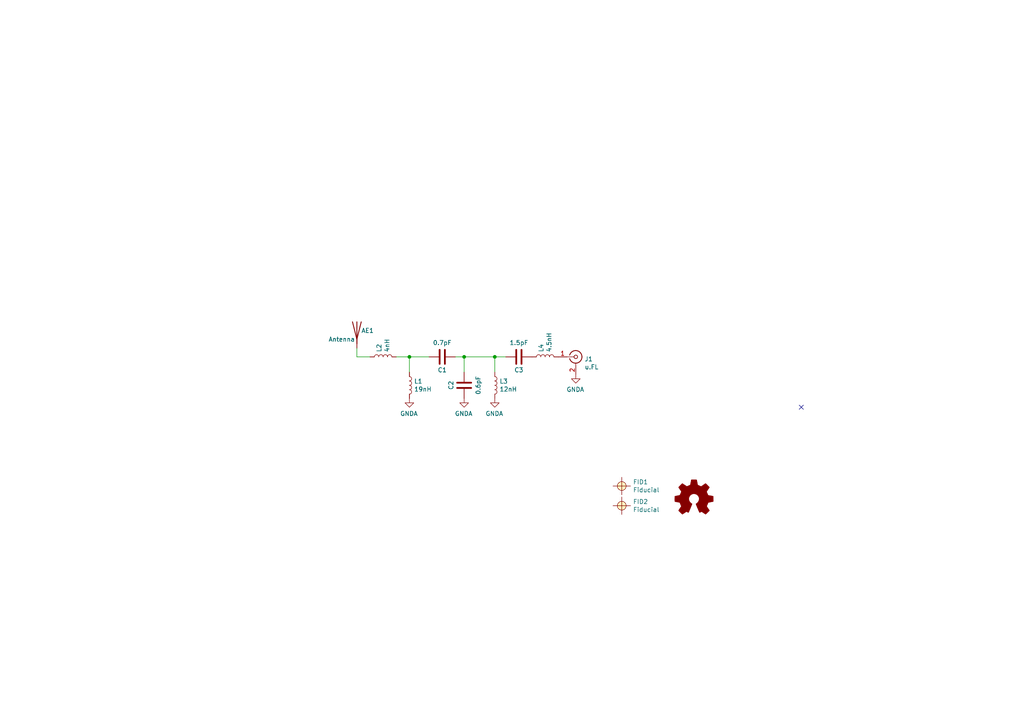
<source format=kicad_sch>
(kicad_sch (version 20211123) (generator eeschema)
  (paper "A4")
  (title_block (title "RUSP Antenna Board") (company "Sky's Edge"))
  (lib_symbols
    (symbol "Connector:Conn_Coaxial" (pin_names (offset 1.016) hide)
      (property "Reference" "J" (at 0.254 3.048 0))
      (property "Value" "Conn_Coaxial" (at 2.921 0 90))
      (symbol "Conn_Coaxial_0_1"
        (arc (start -1.778 -0.508) (mid 0.222 -1.808) (end 1.778 0) (stroke (width 0.254)))
        (polyline (pts (xy -2.54 0) (xy -0.508 0)))
        (polyline (pts (xy 0 -2.54) (xy 0 -1.778)))
        (circle (center 0 0) (radius 0.508) (stroke (width 0.2032)))
        (arc (start 1.778 0) (mid 0.222 1.8083) (end -1.778 0.508) (stroke (width 0.254)))
      )
      (symbol "Conn_Coaxial_1_1"
        (pin passive line (at -5.08 0 0) (length 2.54) (name "In") (number "1"))
        (pin passive line (at 0 -5.08 90) (length 2.54) (name "Ext") (number "2"))
      )
    )
    (symbol "Device:Antenna" (pin_numbers hide) (pin_names (offset 1.016) hide)
      (property "Reference" "AE" (at -1.905 1.905 0))
      (property "Value" "Antenna" (at -1.905 0 0))
      (symbol "Antenna_0_1"
        (polyline (pts (xy 0 2.54) (xy 0 -3.81)) (stroke (width 0.254)))
        (polyline (pts (xy 1.27 2.54) (xy 0 -2.54) (xy -1.27 2.54)) (stroke (width 0.254)))
      )
      (symbol "Antenna_1_1"
        (pin input line (at 0 -5.08 90) (length 2.54) (name "A") (number "1"))
      )
    )
    (symbol "Device:C" (pin_numbers hide) (pin_names (offset 0.254))
      (property "Reference" "C" (at 0.635 2.54 0))
      (property "Value" "C" (at 0.635 -2.54 0))
      (symbol "C_0_1"
        (polyline (pts (xy -2.032 -0.762) (xy 2.032 -0.762)) (stroke (width 0.508)))
        (polyline (pts (xy -2.032 0.762) (xy 2.032 0.762)) (stroke (width 0.508)))
      )
      (symbol "C_1_1"
        (pin passive line (at 0 3.81 270) (length 2.794) (name "~") (number "1"))
        (pin passive line (at 0 -3.81 90) (length 2.794) (name "~") (number "2"))
      )
    )
    (symbol "Device:L" (pin_numbers hide) (pin_names (offset 1.016) hide)
      (property "Reference" "L" (at -1.27 0 90))
      (property "Value" "L" (at 1.905 0 90))
      (symbol "L_0_1"
        (arc (start 0 -2.54) (mid 0.635 -1.905) (end 0 -1.27))
        (arc (start 0 -1.27) (mid 0.635 -0.635) (end 0 0))
        (arc (start 0 0) (mid 0.635 0.635) (end 0 1.27))
        (arc (start 0 1.27) (mid 0.635 1.905) (end 0 2.54))
      )
      (symbol "L_1_1"
        (pin passive line (at 0 3.81 270) (length 1.27) (name "1") (number "1"))
        (pin passive line (at 0 -3.81 90) (length 1.27) (name "2") (number "2"))
      )
    )
    (symbol "Graphic:Logo_Open_Hardware_Small" (pin_names (offset 1.016))
      (symbol "Logo_Open_Hardware_Small_0_1"
        (polyline (pts (xy 3.3528 -4.3434) (xy 3.302 -4.318) (xy 3.175 -4.2418) (xy 2.9972 -4.1148) (xy 2.7686 -3.9624) (xy 2.54 -3.81) (xy 2.3622 -3.7084) (xy 2.2352 -3.6068) (xy 2.1844 -3.5814) (xy 2.159 -3.6068) (xy 2.0574 -3.6576) (xy 1.905 -3.7338) (xy 1.8034 -3.7846) (xy 1.6764 -3.8354) (xy 1.6002 -3.8354) (xy 1.6002 -3.8354) (xy 1.5494 -3.7338) (xy 1.4732 -3.5306) (xy 1.3462 -3.302) (xy 1.2446 -3.0226) (xy 1.1176 -2.7178) (xy 0.9652 -2.413) (xy 0.8636 -2.1082) (xy 0.7366 -1.8288) (xy 0.6604 -1.6256) (xy 0.6096 -1.4732) (xy 0.5842 -1.397) (xy 0.5842 -1.397) (xy 0.6604 -1.3208) (xy 0.7874 -1.2446) (xy 1.0414 -1.016) (xy 1.2954 -0.6858) (xy 1.4478 -0.3302) (xy 1.524 0.0762) (xy 1.4732 0.4572) (xy 1.3208 0.8128) (xy 1.0668 1.143) (xy 0.762 1.3716) (xy 0.4064 1.524) (xy 0 1.5748) (xy -0.381 1.5494) (xy -0.7366 1.397) (xy -1.0668 1.143) (xy -1.2192 0.9906) (xy -1.397 0.6604) (xy -1.524 0.3048) (xy -1.524 0.2286) (xy -1.4986 -0.1778) (xy -1.397 -0.5334) (xy -1.1938 -0.8636) (xy -0.9144 -1.143) (xy -0.8636 -1.1684) (xy -0.7366 -1.27) (xy -0.635 -1.3462) (xy -0.5842 -1.397) (xy -1.0668 -2.5908) (xy -1.143 -2.794) (xy -1.2954 -3.1242) (xy -1.397 -3.4036) (xy -1.4986 -3.6322) (xy -1.5748 -3.7846) (xy -1.6002 -3.8354) (xy -1.6002 -3.8354) (xy -1.651 -3.8354) (xy -1.7272 -3.81) (xy -1.905 -3.7338) (xy -2.0066 -3.683) (xy -2.1336 -3.6068) (xy -2.2098 -3.5814) (xy -2.2606 -3.6068) (xy -2.3622 -3.683) (xy -2.54 -3.81) (xy -2.7686 -3.9624) (xy -2.9718 -4.0894) (xy -3.1496 -4.2164) (xy -3.302 -4.318) (xy -3.3528 -4.3434) (xy -3.3782 -4.3434) (xy -3.429 -4.318) (xy -3.5306 -4.2164) (xy -3.7084 -4.064) (xy -3.937 -3.8354) (xy -3.9624 -3.81) (xy -4.1656 -3.6068) (xy -4.318 -3.4544) (xy -4.4196 -3.3274) (xy -4.445 -3.2766) (xy -4.445 -3.2766) (xy -4.4196 -3.2258) (xy -4.318 -3.0734) (xy -4.2164 -2.8956) (xy -4.064 -2.667) (xy -3.6576 -2.0828) (xy -3.8862 -1.5494) (xy -3.937 -1.3716) (xy -4.0386 -1.1684) (xy -4.0894 -1.0414) (xy -4.1148 -0.9652) (xy -4.191 -0.9398) (xy -4.318 -0.9144) (xy -4.5466 -0.8636) (xy -4.8006 -0.8128) (xy -5.0546 -0.7874) (xy -5.2578 -0.7366) (xy -5.4356 -0.7112) (xy -5.5118 -0.6858) (xy -5.5118 -0.6858) (xy -5.5372 -0.635) (xy -5.5372 -0.5588) (xy -5.5372 -0.4318) (xy -5.5626 -0.2286) (xy -5.5626 0.0762) (xy -5.5626 0.127) (xy -5.5372 0.4064) (xy -5.5372 0.635) (xy -5.5372 0.762) (xy -5.5372 0.8382) (xy -5.5372 0.8382) (xy -5.461 0.8382) (xy -5.3086 0.889) (xy -5.08 0.9144) (xy -4.826 0.9652) (xy -4.8006 0.9906) (xy -4.5466 1.0414) (xy -4.318 1.0668) (xy -4.1656 1.1176) (xy -4.0894 1.143) (xy -4.0894 1.143) (xy -4.0386 1.2446) (xy -3.9624 1.4224) (xy -3.8608 1.6256) (xy -3.7846 1.8288) (xy -3.7084 2.0066) (xy -3.6576 2.159) (xy -3.6322 2.2098) (xy -3.6322 2.2098) (xy -3.683 2.286) (xy -3.7592 2.413) (xy -3.8862 2.5908) (xy -4.064 2.8194) (xy -4.064 2.8448) (xy -4.2164 3.0734) (xy -4.3434 3.2512) (xy -4.4196 3.3782) (xy -4.445 3.4544) (xy -4.445 3.4544) (xy -4.3942 3.5052) (xy -4.2926 3.6322) (xy -4.1148 3.81) (xy -3.937 4.0132) (xy -3.8608 4.064) (xy -3.6576 4.2926) (xy -3.5052 4.4196) (xy -3.4036 4.4958) (xy -3.3528 4.5212) (xy -3.3528 4.5212) (xy -3.302 4.4704) (xy -3.1496 4.3688) (xy -2.9718 4.2418) (xy -2.7432 4.0894) (xy -2.7178 4.0894) (xy -2.4892 3.937) (xy -2.3114 3.81) (xy -2.1844 3.7084) (xy -2.1336 3.683) (xy -2.1082 3.683) (xy -2.032 3.7084) (xy -1.8542 3.7592) (xy -1.6764 3.8354) (xy -1.4732 3.937) (xy -1.27 4.0132) (xy -1.143 4.064) (xy -1.0668 4.1148) (xy -1.0668 4.1148) (xy -1.0414 4.191) (xy -1.016 4.3434) (xy -0.9652 4.572) (xy -0.9144 4.8514) (xy -0.889 4.9022) (xy -0.8382 5.1562) (xy -0.8128 5.3848) (xy -0.7874 5.5372) (xy -0.762 5.588) (xy -0.7112 5.6134) (xy -0.5842 5.6134) (xy -0.4064 5.6134) (xy -0.1524 5.6134) (xy 0.0762 5.6134) (xy 0.3302 5.6134) (xy 0.5334 5.6134) (xy 0.6858 5.588) (xy 0.7366 5.588) (xy 0.7366 5.588) (xy 0.762 5.5118) (xy 0.8128 5.334) (xy 0.8382 5.1054) (xy 0.9144 4.826) (xy 0.9144 4.7752) (xy 0.9652 4.5212) (xy 1.016 4.2926) (xy 1.0414 4.1402) (xy 1.0668 4.0894) (xy 1.0668 4.0894) (xy 1.1938 4.0386) (xy 1.3716 3.9624) (xy 1.5748 3.8608) (xy 2.0828 3.6576) (xy 2.7178 4.0894) (xy 2.7686 4.1402) (xy 2.9972 4.2926) (xy 3.175 4.4196) (xy 3.302 4.4958) (xy 3.3782 4.5212) (xy 3.3782 4.5212) (xy 3.429 4.4704) (xy 3.556 4.3434) (xy 3.7338 4.191) (xy 3.9116 3.9878) (xy 4.064 3.8354) (xy 4.2418 3.6576) (xy 4.3434 3.556) (xy 4.4196 3.4798) (xy 4.4196 3.429) (xy 4.4196 3.4036) (xy 4.3942 3.3274) (xy 4.2926 3.2004) (xy 4.1656 2.9972) (xy 4.0132 2.794) (xy 3.8862 2.5908) (xy 3.7592 2.3876) (xy 3.6576 2.2352) (xy 3.6322 2.159) (xy 3.6322 2.1336) (xy 3.683 2.0066) (xy 3.7592 1.8288) (xy 3.8608 1.6002) (xy 4.064 1.1176) (xy 4.3942 1.0414) (xy 4.5974 1.016) (xy 4.8768 0.9652) (xy 5.1308 0.9144) (xy 5.5372 0.8382) (xy 5.5626 -0.6604) (xy 5.4864 -0.6858) (xy 5.4356 -0.6858) (xy 5.2832 -0.7366) (xy 5.0546 -0.762) (xy 4.8006 -0.8128) (xy 4.5974 -0.8636) (xy 4.3688 -0.9144) (xy 4.2164 -0.9398) (xy 4.1402 -0.9398) (xy 4.1148 -0.9652) (xy 4.064 -1.0668) (xy 3.9878 -1.2446) (xy 3.9116 -1.4478) (xy 3.81 -1.651) (xy 3.7338 -1.8542) (xy 3.683 -2.0066) (xy 3.6576 -2.0828) (xy 3.683 -2.1336) (xy 3.7846 -2.2606) (xy 3.8862 -2.4638) (xy 4.0386 -2.667) (xy 4.191 -2.8956) (xy 4.318 -3.0734) (xy 4.3942 -3.2004) (xy 4.445 -3.2766) (xy 4.4196 -3.3274) (xy 4.3434 -3.429) (xy 4.1656 -3.5814) (xy 3.937 -3.8354) (xy 3.8862 -3.8608) (xy 3.683 -4.064) (xy 3.5306 -4.2164) (xy 3.4036 -4.318) (xy 3.3528 -4.3434)) (fill (type outline)))
      )
    )
    (symbol "MyLibrary:Fiducial" (pin_names (offset 1.016))
      (property "Reference" "FID" (at 0 -3.81 0))
      (property "Value" "MyLibrary_Fiducial" (at 0 3.81 0))
      (symbol "Fiducial_0_1"
        (polyline (pts (xy -2.54 0) (xy 2.54 0)))
        (polyline (pts (xy 0 -2.54) (xy 0 2.54)))
        (circle (center 0 0) (radius 1.27) (fill (type background)))
      )
    )
    (symbol "power:GNDA" (power) (pin_names (offset 0))
      (property "Value" "GNDA" (at 0 -3.81 0))
      (symbol "GNDA_0_1"
        (polyline (pts (xy 0 0) (xy 0 -1.27) (xy 1.27 -1.27) (xy 0 -2.54) (xy -1.27 -1.27) (xy 0 -1.27)))
      )
      (symbol "GNDA_1_1"
        (pin power_in line (at 0 0 270) (length 0) hide (name "GNDA") (number "1"))
      )
    )
  )
  (junction (at 134.62 103.505))
  (junction (at 118.745 103.505))
  (junction (at 143.51 103.505))
  (no_connect (at 232.41 118.11))
  (wire (pts (xy 143.51 107.95) (xy 143.51 103.505)))
  (wire (pts (xy 103.505 103.505) (xy 107.315 103.505)))
  (wire (pts (xy 118.745 103.505) (xy 124.46 103.505)))
  (wire (pts (xy 143.51 103.505) (xy 146.685 103.505)))
  (wire (pts (xy 134.62 103.505) (xy 143.51 103.505)))
  (wire (pts (xy 114.935 103.505) (xy 118.745 103.505)))
  (wire (pts (xy 103.505 100.965) (xy 103.505 103.505)))
  (wire (pts (xy 132.08 103.505) (xy 134.62 103.505)))
  (wire (pts (xy 118.745 103.505) (xy 118.745 107.95)))
  (wire (pts (xy 134.62 107.95) (xy 134.62 103.505)))
  (symbol (lib_id "Connector:Conn_Coaxial") (at 167.005 103.505 0) (unit 1)
    (property "Reference" "J1" (at 169.545 104.14 0) (effects (justify left)))
    (property "Value" "u.FL" (at 169.545 106.4514 0) (effects (justify left)))
    (property "Footprint" "Connector_Coaxial:U.FL_Molex_MCRF_73412-0110_Vertical" (effects hide))
    (property "Datasheet" " ~" (effects hide))
    (property "Mfg. Name" "Molex" (effects hide))
    (property "Mfg. Part No." "0734120110" (effects hide))
  )
  (symbol (lib_id "power:GNDA") (at 167.005 108.585 0) (mirror y) (unit 1)
    (property "Reference" "#PWR0101" (effects hide))
    (property "Value" "GNDA" (at 166.878 112.9792 0))
  )
  (symbol (lib_id "MyLibrary:Fiducial") (at 180.34 140.97 0) (unit 1) (in_bom no)
    (property "Reference" "FID1" (at 183.5912 139.8016 0) (effects (justify left)))
    (property "Value" "Fiducial" (at 183.5912 142.113 0) (effects (justify left)))
    (property "Footprint" "Fiducial:Fiducial_0.75mm_Dia_1.5mm_Outer" (effects hide))
  )
  (symbol (lib_id "MyLibrary:Fiducial") (at 180.34 146.685 0) (unit 1) (in_bom no)
    (property "Reference" "FID2" (at 183.5912 145.5166 0) (effects (justify left)))
    (property "Value" "Fiducial" (at 183.5912 147.828 0) (effects (justify left)))
    (property "Footprint" "Fiducial:Fiducial_0.75mm_Dia_1.5mm_Outer" (effects hide))
  )
  (symbol (lib_id "Graphic:Logo_Open_Hardware_Small") (at 201.295 144.78 0) (unit 1) (in_bom no)
    (property "Reference" "#LOGO1" (effects hide))
    (property "Value" "Logo_Open_Hardware_Small" (effects hide))
    (property "Footprint" "MyFootprints:SkysEdge_18mm" (effects hide))
  )
  (symbol (lib_id "Device:L") (at 118.745 111.76 0) (unit 1)
    (property "Reference" "L1" (at 120.0912 110.5916 0) (effects (justify left)))
    (property "Value" "19nH" (at 120.0912 112.903 0) (effects (justify left)))
    (property "Footprint" "Inductor_SMD:L_0603_1608Metric" (effects hide))
    (property "Mfg. Name" "Murata" (effects hide))
  )
  (symbol (lib_id "power:GNDA") (at 118.745 115.57 0) (mirror y) (unit 1)
    (property "Reference" "#PWR0104" (effects hide))
    (property "Value" "GNDA" (at 118.618 119.9642 0))
  )
  (symbol (lib_id "power:GNDA") (at 143.51 115.57 0) (mirror y) (unit 1)
    (property "Reference" "#PWR0103" (effects hide))
    (property "Value" "GNDA" (at 143.383 119.9642 0))
  )
  (symbol (lib_id "Device:L") (at 158.115 103.505 90) (unit 1)
    (property "Reference" "L4" (at 156.9466 102.1588 0) (effects (justify left)))
    (property "Value" "4.5nH" (at 159.258 102.1588 0) (effects (justify left)))
    (property "Footprint" "Inductor_SMD:L_0402_1005Metric" (effects hide))
    (property "Mfg. Name" "Murata" (effects hide))
    (property "Mfg. Part No." "LQW15AN4N0C10D " (effects hide))
  )
  (symbol (lib_id "Device:C") (at 134.62 111.76 180) (unit 1)
    (property "Reference" "C2" (at 130.81 111.76 90))
    (property "Value" "0.6pF" (at 138.7094 111.76 90))
    (property "Footprint" "Capacitor_SMD:C_0603_1608Metric" (effects hide))
    (property "Mfg. Name" "Murata" (effects hide))
  )
  (symbol (lib_id "Device:C") (at 128.27 103.505 270) (unit 1)
    (property "Reference" "C1" (at 128.27 107.315 90))
    (property "Value" "0.7pF" (at 128.27 99.4156 90))
    (property "Footprint" "Capacitor_SMD:C_0603_1608Metric" (effects hide))
    (property "Mfg. Name" "Murata" (effects hide))
  )
  (symbol (lib_id "Device:L") (at 143.51 111.76 0) (unit 1)
    (property "Reference" "L3" (at 144.8562 110.5916 0) (effects (justify left)))
    (property "Value" "12nH" (at 144.8562 112.903 0) (effects (justify left)))
    (property "Footprint" "Inductor_SMD:L_0603_1608Metric" (effects hide))
    (property "Mfg. Name" "Murata" (effects hide))
  )
  (symbol (lib_id "power:GNDA") (at 134.62 115.57 0) (mirror y) (unit 1)
    (property "Reference" "#PWR0102" (effects hide))
    (property "Value" "GNDA" (at 134.493 119.9642 0))
  )
  (symbol (lib_id "Device:C") (at 150.495 103.505 270) (unit 1)
    (property "Reference" "C3" (at 150.495 107.315 90))
    (property "Value" "1.5pF" (at 150.495 99.4156 90))
    (property "Footprint" "Capacitor_SMD:C_0603_1608Metric" (effects hide))
    (property "Mfg. Name" "Murata" (effects hide))
  )
  (symbol (lib_id "Device:L") (at 111.125 103.505 90) (unit 1)
    (property "Reference" "L2" (at 109.9566 102.1588 0) (effects (justify left)))
    (property "Value" "4nH" (at 112.268 102.1588 0) (effects (justify left)))
    (property "Footprint" "Inductor_SMD:L_0402_1005Metric" (effects hide))
    (property "Mfg. Name" "Murata" (effects hide))
  )
  (symbol (lib_id "Device:Antenna") (at 103.505 95.885 0) (unit 1)
    (property "Reference" "AE1" (at 104.775 95.8849 0) (effects (justify left)))
    (property "Value" "Antenna" (at 95.25 98.4249 0) (effects (justify left)))
    (property "Footprint" "MyFootprints:Antenna_Ignion_RunmXtend_NN02-224" (effects hide))
    (property "Mfg. Part. No." "NN-02-224" (effects hide))
    (property "Mfg. Name" "Ignion" (effects hide))
  )
)
</source>
